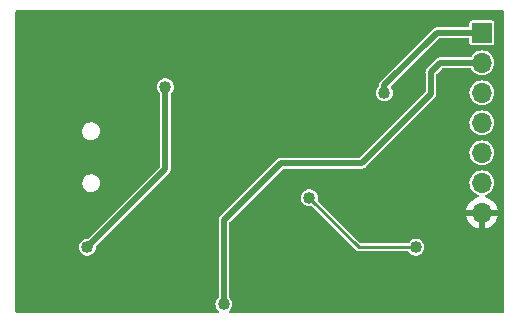
<source format=gbl>
%TF.GenerationSoftware,KiCad,Pcbnew,7.0.7-7.0.7~ubuntu22.04.1*%
%TF.CreationDate,2023-08-24T08:44:54+02:00*%
%TF.ProjectId,esp32-programmer,65737033-322d-4707-926f-6772616d6d65,1*%
%TF.SameCoordinates,Original*%
%TF.FileFunction,Copper,L2,Bot*%
%TF.FilePolarity,Positive*%
%FSLAX46Y46*%
G04 Gerber Fmt 4.6, Leading zero omitted, Abs format (unit mm)*
G04 Created by KiCad (PCBNEW 7.0.7-7.0.7~ubuntu22.04.1) date 2023-08-24 08:44:54*
%MOMM*%
%LPD*%
G01*
G04 APERTURE LIST*
%TA.AperFunction,ComponentPad*%
%ADD10R,1.700000X1.700000*%
%TD*%
%TA.AperFunction,ComponentPad*%
%ADD11O,1.700000X1.700000*%
%TD*%
%TA.AperFunction,ViaPad*%
%ADD12C,1.016000*%
%TD*%
%TA.AperFunction,Conductor*%
%ADD13C,0.508000*%
%TD*%
%TA.AperFunction,Conductor*%
%ADD14C,0.254000*%
%TD*%
G04 APERTURE END LIST*
D10*
%TO.P,J2,1,Pin_1*%
%TO.N,+5V*%
X131445000Y-58483500D03*
D11*
%TO.P,J2,2,Pin_2*%
%TO.N,+3V3*%
X131445000Y-61023500D03*
%TO.P,J2,3,Pin_3*%
%TO.N,/TXD*%
X131445000Y-63563500D03*
%TO.P,J2,4,Pin_4*%
%TO.N,/RXD*%
X131445000Y-66103500D03*
%TO.P,J2,5,Pin_5*%
%TO.N,/EN*%
X131445000Y-68643500D03*
%TO.P,J2,6,Pin_6*%
%TO.N,/IO0*%
X131445000Y-71183500D03*
%TO.P,J2,7,Pin_7*%
%TO.N,GND*%
X131445000Y-73723500D03*
%TD*%
D12*
%TO.N,GND*%
X106045000Y-61404500D03*
X127381000Y-70612000D03*
X127635000Y-66992500D03*
X119507000Y-66103500D03*
X115189000Y-74612500D03*
X94361000Y-69024500D03*
X106299000Y-67754500D03*
X112903000Y-58102500D03*
X126238000Y-57658000D03*
X128651000Y-78549500D03*
X118618000Y-62420500D03*
%TO.N,+3V3*%
X109601000Y-81470500D03*
%TO.N,+5V*%
X123190000Y-63563500D03*
%TO.N,/DTR*%
X125857000Y-76644500D03*
X116840000Y-72453500D03*
%TO.N,/PWREN*%
X98044000Y-76644500D03*
X104648000Y-63055500D03*
%TD*%
D13*
%TO.N,+3V3*%
X127889000Y-61023500D02*
X127127000Y-61785500D01*
X109601000Y-74358500D02*
X109601000Y-81470500D01*
X127127000Y-61785500D02*
X127127000Y-63690500D01*
X121285000Y-69532500D02*
X114427000Y-69532500D01*
X123698000Y-67119500D02*
X121285000Y-69532500D01*
X114427000Y-69532500D02*
X109601000Y-74358500D01*
X131445000Y-61023500D02*
X127889000Y-61023500D01*
X127127000Y-63690500D02*
X123698000Y-67119500D01*
%TO.N,+5V*%
X123190000Y-62928500D02*
X127635000Y-58483500D01*
X127635000Y-58483500D02*
X131445000Y-58483500D01*
X123190000Y-63563500D02*
X123190000Y-62928500D01*
D14*
%TO.N,/DTR*%
X116840000Y-72453500D02*
X121031000Y-76644500D01*
X121031000Y-76644500D02*
X125857000Y-76644500D01*
D13*
%TO.N,/PWREN*%
X98044000Y-76644500D02*
X104648000Y-70040500D01*
X104648000Y-70040500D02*
X104648000Y-63055500D01*
%TD*%
%TA.AperFunction,Conductor*%
%TO.N,GND*%
G36*
X133291621Y-56599002D02*
G01*
X133338114Y-56652658D01*
X133349500Y-56705000D01*
X133349500Y-82106000D01*
X133329498Y-82174121D01*
X133275842Y-82220614D01*
X133223500Y-82232000D01*
X110142109Y-82232000D01*
X110073988Y-82211998D01*
X110027495Y-82158342D01*
X110017391Y-82088068D01*
X110046885Y-82023488D01*
X110058555Y-82011688D01*
X110135215Y-81943773D01*
X110232954Y-81802175D01*
X110293965Y-81641301D01*
X110314704Y-81470500D01*
X110293965Y-81299699D01*
X110232954Y-81138825D01*
X110135215Y-80997227D01*
X110097946Y-80964209D01*
X110060221Y-80904065D01*
X110055500Y-80869897D01*
X110055500Y-74598950D01*
X110075502Y-74530829D01*
X110092405Y-74509855D01*
X112148757Y-72453503D01*
X116126296Y-72453503D01*
X116147034Y-72624299D01*
X116170204Y-72685392D01*
X116208046Y-72785175D01*
X116305785Y-72926773D01*
X116434570Y-73040867D01*
X116434571Y-73040867D01*
X116434573Y-73040869D01*
X116515465Y-73083324D01*
X116586917Y-73120825D01*
X116586918Y-73120825D01*
X116586920Y-73120826D01*
X116695155Y-73147503D01*
X116753972Y-73162000D01*
X116753975Y-73162000D01*
X116926027Y-73162000D01*
X116926028Y-73162000D01*
X116984843Y-73147503D01*
X117055769Y-73150620D01*
X117104092Y-73180746D01*
X120787367Y-76864021D01*
X120791072Y-76868064D01*
X120817239Y-76899249D01*
X120817241Y-76899251D01*
X120852488Y-76919600D01*
X120857126Y-76922555D01*
X120890457Y-76945894D01*
X120890459Y-76945894D01*
X120895797Y-76948384D01*
X120911766Y-76954997D01*
X120917258Y-76956996D01*
X120917259Y-76956996D01*
X120917261Y-76956997D01*
X120957359Y-76964066D01*
X120962686Y-76965247D01*
X121002016Y-76975787D01*
X121042558Y-76972239D01*
X121048044Y-76972000D01*
X125156035Y-76972000D01*
X125224156Y-76992002D01*
X125259731Y-77026424D01*
X125322783Y-77117771D01*
X125322784Y-77117772D01*
X125322785Y-77117773D01*
X125451570Y-77231867D01*
X125451571Y-77231867D01*
X125451573Y-77231869D01*
X125532465Y-77274324D01*
X125603917Y-77311825D01*
X125603918Y-77311825D01*
X125603920Y-77311826D01*
X125762394Y-77350885D01*
X125770972Y-77353000D01*
X125770975Y-77353000D01*
X125943025Y-77353000D01*
X125943028Y-77353000D01*
X126110083Y-77311825D01*
X126262430Y-77231867D01*
X126391215Y-77117773D01*
X126488954Y-76976175D01*
X126549965Y-76815301D01*
X126570704Y-76644500D01*
X126570208Y-76640417D01*
X126549965Y-76473700D01*
X126488954Y-76312826D01*
X126488954Y-76312825D01*
X126391215Y-76171227D01*
X126262430Y-76057133D01*
X126262429Y-76057132D01*
X126262426Y-76057130D01*
X126110087Y-75977177D01*
X126110079Y-75977173D01*
X125943031Y-75936000D01*
X125943028Y-75936000D01*
X125770972Y-75936000D01*
X125770968Y-75936000D01*
X125603920Y-75977173D01*
X125603912Y-75977177D01*
X125451573Y-76057130D01*
X125451568Y-76057134D01*
X125322783Y-76171228D01*
X125259731Y-76262576D01*
X125204572Y-76307276D01*
X125156035Y-76317000D01*
X121218844Y-76317000D01*
X121150723Y-76296998D01*
X121129749Y-76280095D01*
X118323154Y-73473500D01*
X130114363Y-73473500D01*
X130828982Y-73473500D01*
X130897103Y-73493502D01*
X130943596Y-73547158D01*
X130953700Y-73617432D01*
X130949878Y-73634998D01*
X130944999Y-73651610D01*
X130944999Y-73795389D01*
X130949878Y-73812002D01*
X130949878Y-73882998D01*
X130911494Y-73942724D01*
X130846914Y-73972218D01*
X130828982Y-73973500D01*
X130114364Y-73973500D01*
X130171568Y-74186988D01*
X130171570Y-74186993D01*
X130271399Y-74401077D01*
X130271400Y-74401079D01*
X130406886Y-74594573D01*
X130406893Y-74594582D01*
X130573917Y-74761606D01*
X130573926Y-74761613D01*
X130767420Y-74897099D01*
X130767422Y-74897100D01*
X130981506Y-74996929D01*
X130981511Y-74996931D01*
X131194999Y-75054135D01*
X131194999Y-74338109D01*
X131215001Y-74269988D01*
X131268657Y-74223495D01*
X131338929Y-74213391D01*
X131409237Y-74223500D01*
X131409241Y-74223500D01*
X131480763Y-74223500D01*
X131508866Y-74219459D01*
X131551068Y-74213392D01*
X131621342Y-74223495D01*
X131674998Y-74269988D01*
X131695000Y-74338109D01*
X131694999Y-75054134D01*
X131908489Y-74996931D01*
X131908493Y-74996929D01*
X132122577Y-74897100D01*
X132122579Y-74897099D01*
X132316073Y-74761613D01*
X132316082Y-74761606D01*
X132483106Y-74594582D01*
X132483113Y-74594573D01*
X132618599Y-74401079D01*
X132618600Y-74401077D01*
X132718429Y-74186993D01*
X132718431Y-74186988D01*
X132775636Y-73973500D01*
X132061018Y-73973500D01*
X131992897Y-73953498D01*
X131946404Y-73899842D01*
X131936300Y-73829568D01*
X131940122Y-73812002D01*
X131945000Y-73795389D01*
X131945000Y-73651611D01*
X131940121Y-73634997D01*
X131940122Y-73564002D01*
X131978506Y-73504276D01*
X132043086Y-73474782D01*
X132061018Y-73473500D01*
X132775636Y-73473500D01*
X132718431Y-73260011D01*
X132718429Y-73260006D01*
X132618599Y-73045921D01*
X132483112Y-72852425D01*
X132316076Y-72685388D01*
X132316073Y-72685386D01*
X132122579Y-72549900D01*
X132122577Y-72549899D01*
X131908493Y-72450070D01*
X131908488Y-72450068D01*
X131793115Y-72419154D01*
X131732492Y-72382202D01*
X131701471Y-72318341D01*
X131709899Y-72247847D01*
X131755102Y-72193100D01*
X131789148Y-72176873D01*
X131848954Y-72158732D01*
X132031450Y-72061185D01*
X132191410Y-71929910D01*
X132322685Y-71769950D01*
X132420232Y-71587454D01*
X132480300Y-71389434D01*
X132483061Y-71361409D01*
X132500583Y-71183503D01*
X132500583Y-71183496D01*
X132480301Y-70977572D01*
X132480300Y-70977570D01*
X132480300Y-70977566D01*
X132420232Y-70779546D01*
X132322685Y-70597050D01*
X132191410Y-70437090D01*
X132031450Y-70305815D01*
X132031448Y-70305814D01*
X132031447Y-70305813D01*
X131848954Y-70208268D01*
X131650927Y-70148198D01*
X131445003Y-70127917D01*
X131444997Y-70127917D01*
X131239072Y-70148198D01*
X131041045Y-70208268D01*
X130858552Y-70305813D01*
X130698590Y-70437090D01*
X130567313Y-70597052D01*
X130469768Y-70779545D01*
X130409698Y-70977572D01*
X130389417Y-71183496D01*
X130389417Y-71183503D01*
X130409698Y-71389427D01*
X130409699Y-71389433D01*
X130409700Y-71389434D01*
X130452454Y-71530376D01*
X130469768Y-71587454D01*
X130557075Y-71750794D01*
X130567315Y-71769950D01*
X130698590Y-71929910D01*
X130858550Y-72061185D01*
X131041046Y-72158732D01*
X131100849Y-72176872D01*
X131160229Y-72215787D01*
X131189145Y-72280628D01*
X131178415Y-72350809D01*
X131131446Y-72404048D01*
X131096885Y-72419154D01*
X130981508Y-72450069D01*
X130981506Y-72450070D01*
X130767421Y-72549900D01*
X130573925Y-72685387D01*
X130573919Y-72685392D01*
X130406892Y-72852419D01*
X130406887Y-72852425D01*
X130271400Y-73045921D01*
X130171570Y-73260006D01*
X130171568Y-73260011D01*
X130114363Y-73473500D01*
X118323154Y-73473500D01*
X117569957Y-72720303D01*
X117535931Y-72657991D01*
X117533971Y-72616021D01*
X117553704Y-72453503D01*
X117553704Y-72453496D01*
X117532965Y-72282700D01*
X117532180Y-72280628D01*
X117471954Y-72121825D01*
X117374215Y-71980227D01*
X117245430Y-71866133D01*
X117245429Y-71866132D01*
X117245426Y-71866130D01*
X117093087Y-71786177D01*
X117093079Y-71786173D01*
X116926031Y-71745000D01*
X116926028Y-71745000D01*
X116753972Y-71745000D01*
X116753968Y-71745000D01*
X116586920Y-71786173D01*
X116586912Y-71786177D01*
X116434573Y-71866130D01*
X116434568Y-71866134D01*
X116305785Y-71980227D01*
X116208045Y-72121826D01*
X116147034Y-72282700D01*
X116126296Y-72453496D01*
X116126296Y-72453503D01*
X112148757Y-72453503D01*
X114578355Y-70023905D01*
X114640667Y-69989879D01*
X114667450Y-69987000D01*
X121255927Y-69987000D01*
X121262981Y-69987395D01*
X121302186Y-69991813D01*
X121361148Y-69980656D01*
X121420479Y-69971714D01*
X121420486Y-69971710D01*
X121428705Y-69969176D01*
X121436803Y-69966342D01*
X121436803Y-69966341D01*
X121436807Y-69966341D01*
X121472787Y-69947324D01*
X121489859Y-69938302D01*
X121507431Y-69929839D01*
X121543921Y-69912267D01*
X121543925Y-69912263D01*
X121551025Y-69907422D01*
X121557931Y-69902324D01*
X121557940Y-69902320D01*
X121600369Y-69859890D01*
X121644356Y-69819077D01*
X121644357Y-69819074D01*
X121650244Y-69811693D01*
X121650917Y-69812229D01*
X121660417Y-69799841D01*
X122816756Y-68643503D01*
X130389417Y-68643503D01*
X130409698Y-68849427D01*
X130469768Y-69047454D01*
X130554036Y-69205108D01*
X130567315Y-69229950D01*
X130698590Y-69389910D01*
X130858550Y-69521185D01*
X131041046Y-69618732D01*
X131239066Y-69678800D01*
X131239070Y-69678800D01*
X131239072Y-69678801D01*
X131444997Y-69699083D01*
X131445000Y-69699083D01*
X131445003Y-69699083D01*
X131650927Y-69678801D01*
X131650928Y-69678800D01*
X131650934Y-69678800D01*
X131848954Y-69618732D01*
X132031450Y-69521185D01*
X132191410Y-69389910D01*
X132322685Y-69229950D01*
X132420232Y-69047454D01*
X132480300Y-68849434D01*
X132500583Y-68643500D01*
X132480300Y-68437566D01*
X132420232Y-68239546D01*
X132322685Y-68057050D01*
X132191410Y-67897090D01*
X132031450Y-67765815D01*
X132031448Y-67765814D01*
X132031447Y-67765813D01*
X131848954Y-67668268D01*
X131650927Y-67608198D01*
X131445003Y-67587917D01*
X131444997Y-67587917D01*
X131239072Y-67608198D01*
X131041045Y-67668268D01*
X130858552Y-67765813D01*
X130698590Y-67897090D01*
X130567313Y-68057052D01*
X130469768Y-68239545D01*
X130409698Y-68437572D01*
X130389417Y-68643496D01*
X130389417Y-68643503D01*
X122816756Y-68643503D01*
X124043465Y-67416795D01*
X124043465Y-67416794D01*
X125356756Y-66103503D01*
X130389417Y-66103503D01*
X130409698Y-66309427D01*
X130409699Y-66309433D01*
X130409700Y-66309434D01*
X130429855Y-66375877D01*
X130469768Y-66507454D01*
X130525450Y-66611628D01*
X130567315Y-66689950D01*
X130698590Y-66849910D01*
X130858550Y-66981185D01*
X131041046Y-67078732D01*
X131239066Y-67138800D01*
X131239070Y-67138800D01*
X131239072Y-67138801D01*
X131444997Y-67159083D01*
X131445000Y-67159083D01*
X131445003Y-67159083D01*
X131650927Y-67138801D01*
X131650928Y-67138800D01*
X131650934Y-67138800D01*
X131848954Y-67078732D01*
X132031450Y-66981185D01*
X132191410Y-66849910D01*
X132322685Y-66689950D01*
X132420232Y-66507454D01*
X132480300Y-66309434D01*
X132491588Y-66194833D01*
X132500583Y-66103503D01*
X132500583Y-66103496D01*
X132480301Y-65897572D01*
X132480300Y-65897570D01*
X132480300Y-65897566D01*
X132420232Y-65699546D01*
X132322685Y-65517050D01*
X132191410Y-65357090D01*
X132031450Y-65225815D01*
X132031448Y-65225814D01*
X132031447Y-65225813D01*
X131848954Y-65128268D01*
X131650927Y-65068198D01*
X131445003Y-65047917D01*
X131444997Y-65047917D01*
X131239072Y-65068198D01*
X131041045Y-65128268D01*
X130858552Y-65225813D01*
X130698590Y-65357090D01*
X130567313Y-65517052D01*
X130469768Y-65699545D01*
X130409698Y-65897572D01*
X130389417Y-66103496D01*
X130389417Y-66103503D01*
X125356756Y-66103503D01*
X127427836Y-64032422D01*
X127433079Y-64027736D01*
X127463936Y-64003131D01*
X127497746Y-63953539D01*
X127533369Y-63905273D01*
X127533371Y-63905264D01*
X127537395Y-63897652D01*
X127541116Y-63889927D01*
X127558808Y-63832571D01*
X127578620Y-63775951D01*
X127578620Y-63775946D01*
X127580220Y-63767492D01*
X127581500Y-63759006D01*
X127581500Y-63698979D01*
X127583104Y-63656102D01*
X127583743Y-63639038D01*
X127583741Y-63639032D01*
X127582686Y-63629655D01*
X127583537Y-63629559D01*
X127581500Y-63614079D01*
X127581500Y-63563503D01*
X130389417Y-63563503D01*
X130409698Y-63769427D01*
X130469768Y-63967454D01*
X130506819Y-64036772D01*
X130567315Y-64149950D01*
X130698590Y-64309910D01*
X130858550Y-64441185D01*
X131041046Y-64538732D01*
X131239066Y-64598800D01*
X131239070Y-64598800D01*
X131239072Y-64598801D01*
X131444997Y-64619083D01*
X131445000Y-64619083D01*
X131445003Y-64619083D01*
X131650927Y-64598801D01*
X131650928Y-64598800D01*
X131650934Y-64598800D01*
X131848954Y-64538732D01*
X132031450Y-64441185D01*
X132191410Y-64309910D01*
X132322685Y-64149950D01*
X132420232Y-63967454D01*
X132480300Y-63769434D01*
X132480492Y-63767492D01*
X132500583Y-63563503D01*
X132500583Y-63563496D01*
X132480301Y-63357572D01*
X132480300Y-63357570D01*
X132480300Y-63357566D01*
X132420232Y-63159546D01*
X132322685Y-62977050D01*
X132191410Y-62817090D01*
X132031450Y-62685815D01*
X132031448Y-62685814D01*
X132031447Y-62685813D01*
X131848954Y-62588268D01*
X131650927Y-62528198D01*
X131445003Y-62507917D01*
X131444997Y-62507917D01*
X131239072Y-62528198D01*
X131041045Y-62588268D01*
X130858552Y-62685813D01*
X130698590Y-62817090D01*
X130567313Y-62977052D01*
X130469768Y-63159545D01*
X130409698Y-63357572D01*
X130389417Y-63563496D01*
X130389417Y-63563503D01*
X127581500Y-63563503D01*
X127581500Y-62025950D01*
X127601502Y-61957829D01*
X127618405Y-61936854D01*
X128040356Y-61514904D01*
X128102668Y-61480879D01*
X128129451Y-61478000D01*
X130421265Y-61478000D01*
X130489386Y-61498002D01*
X130532386Y-61544603D01*
X130567315Y-61609950D01*
X130698590Y-61769910D01*
X130858550Y-61901185D01*
X131041046Y-61998732D01*
X131239066Y-62058800D01*
X131239070Y-62058800D01*
X131239072Y-62058801D01*
X131444997Y-62079083D01*
X131445000Y-62079083D01*
X131445003Y-62079083D01*
X131650927Y-62058801D01*
X131650928Y-62058800D01*
X131650934Y-62058800D01*
X131848954Y-61998732D01*
X132031450Y-61901185D01*
X132191410Y-61769910D01*
X132322685Y-61609950D01*
X132420232Y-61427454D01*
X132480300Y-61229434D01*
X132500583Y-61023500D01*
X132480300Y-60817566D01*
X132420232Y-60619546D01*
X132322685Y-60437050D01*
X132191410Y-60277090D01*
X132031450Y-60145815D01*
X132031448Y-60145814D01*
X132031447Y-60145813D01*
X131848954Y-60048268D01*
X131650927Y-59988198D01*
X131445003Y-59967917D01*
X131444997Y-59967917D01*
X131239072Y-59988198D01*
X131041045Y-60048268D01*
X130858552Y-60145813D01*
X130698590Y-60277090D01*
X130567313Y-60437052D01*
X130532387Y-60502396D01*
X130482635Y-60553044D01*
X130421265Y-60569000D01*
X127918074Y-60569000D01*
X127911017Y-60568604D01*
X127871814Y-60564187D01*
X127871813Y-60564187D01*
X127871811Y-60564187D01*
X127812851Y-60575343D01*
X127753514Y-60584287D01*
X127745338Y-60586809D01*
X127737191Y-60589659D01*
X127684137Y-60617699D01*
X127630079Y-60643732D01*
X127622974Y-60648576D01*
X127616060Y-60653678D01*
X127573629Y-60696109D01*
X127529646Y-60736920D01*
X127523757Y-60744305D01*
X127523089Y-60743772D01*
X127513582Y-60756156D01*
X126826172Y-61443565D01*
X126820902Y-61448275D01*
X126790065Y-61472867D01*
X126756260Y-61522449D01*
X126720631Y-61570726D01*
X126716595Y-61578362D01*
X126712884Y-61586069D01*
X126695196Y-61643415D01*
X126675378Y-61700051D01*
X126673782Y-61708482D01*
X126672499Y-61716994D01*
X126672499Y-61776991D01*
X126670255Y-61836965D01*
X126671313Y-61846345D01*
X126670460Y-61846441D01*
X126672500Y-61861926D01*
X126672500Y-63450048D01*
X126652498Y-63518169D01*
X126635595Y-63539143D01*
X123352534Y-66822205D01*
X121133644Y-69041095D01*
X121071332Y-69075121D01*
X121044549Y-69078000D01*
X114456074Y-69078000D01*
X114449017Y-69077604D01*
X114409814Y-69073187D01*
X114409813Y-69073187D01*
X114409811Y-69073187D01*
X114350851Y-69084343D01*
X114291514Y-69093287D01*
X114283338Y-69095809D01*
X114275191Y-69098659D01*
X114222137Y-69126699D01*
X114168079Y-69152732D01*
X114160974Y-69157576D01*
X114154060Y-69162678D01*
X114111630Y-69205108D01*
X114067646Y-69245920D01*
X114061757Y-69253305D01*
X114061088Y-69252772D01*
X114051581Y-69265157D01*
X109300177Y-74016561D01*
X109294907Y-74021271D01*
X109264065Y-74045867D01*
X109230260Y-74095449D01*
X109194631Y-74143726D01*
X109190595Y-74151362D01*
X109186884Y-74159069D01*
X109169196Y-74216415D01*
X109149378Y-74273051D01*
X109147782Y-74281482D01*
X109146500Y-74289994D01*
X109146500Y-74349992D01*
X109144255Y-74409966D01*
X109145313Y-74419346D01*
X109144460Y-74419442D01*
X109146500Y-74434926D01*
X109146500Y-80869897D01*
X109126498Y-80938018D01*
X109104054Y-80964209D01*
X109066787Y-80997224D01*
X108969045Y-81138826D01*
X108908034Y-81299700D01*
X108887296Y-81470496D01*
X108887296Y-81470503D01*
X108908034Y-81641299D01*
X108969045Y-81802173D01*
X109066785Y-81943773D01*
X109143445Y-82011688D01*
X109181170Y-82071833D01*
X109180390Y-82142825D01*
X109141352Y-82202126D01*
X109076451Y-82230907D01*
X109059891Y-82232000D01*
X92074500Y-82232000D01*
X92006379Y-82211998D01*
X91959886Y-82158342D01*
X91948500Y-82106000D01*
X91948500Y-76644503D01*
X97330296Y-76644503D01*
X97351034Y-76815299D01*
X97410554Y-76972240D01*
X97412046Y-76976175D01*
X97509785Y-77117773D01*
X97638570Y-77231867D01*
X97638571Y-77231867D01*
X97638573Y-77231869D01*
X97719465Y-77274324D01*
X97790917Y-77311825D01*
X97790918Y-77311825D01*
X97790920Y-77311826D01*
X97949394Y-77350885D01*
X97957972Y-77353000D01*
X97957975Y-77353000D01*
X98130025Y-77353000D01*
X98130028Y-77353000D01*
X98297083Y-77311825D01*
X98449430Y-77231867D01*
X98578215Y-77117773D01*
X98675954Y-76976175D01*
X98736965Y-76815301D01*
X98757704Y-76644500D01*
X98757417Y-76642140D01*
X98757704Y-76640417D01*
X98757704Y-76636878D01*
X98758292Y-76636878D01*
X98769059Y-76572108D01*
X98793400Y-76537858D01*
X104948836Y-70382422D01*
X104954079Y-70377736D01*
X104984936Y-70353131D01*
X105018746Y-70303539D01*
X105054369Y-70255273D01*
X105054371Y-70255264D01*
X105058395Y-70247652D01*
X105062116Y-70239927D01*
X105079808Y-70182571D01*
X105099620Y-70125951D01*
X105099620Y-70125946D01*
X105101220Y-70117492D01*
X105102500Y-70109006D01*
X105102500Y-70048982D01*
X105103438Y-70023905D01*
X105104743Y-69989038D01*
X105104741Y-69989032D01*
X105103686Y-69979655D01*
X105104537Y-69979559D01*
X105102500Y-69964079D01*
X105102500Y-63656102D01*
X105122502Y-63587981D01*
X105143478Y-63563503D01*
X122476296Y-63563503D01*
X122497034Y-63734299D01*
X122556056Y-63889927D01*
X122558046Y-63895175D01*
X122655785Y-64036773D01*
X122784570Y-64150867D01*
X122784571Y-64150867D01*
X122784573Y-64150869D01*
X122865465Y-64193324D01*
X122936917Y-64230825D01*
X122936918Y-64230825D01*
X122936920Y-64230826D01*
X123095394Y-64269885D01*
X123103972Y-64272000D01*
X123103975Y-64272000D01*
X123276025Y-64272000D01*
X123276028Y-64272000D01*
X123443083Y-64230825D01*
X123595430Y-64150867D01*
X123724215Y-64036773D01*
X123821954Y-63895175D01*
X123882965Y-63734301D01*
X123899346Y-63599394D01*
X123903704Y-63563503D01*
X123903704Y-63563496D01*
X123882965Y-63392700D01*
X123821954Y-63231826D01*
X123821954Y-63231825D01*
X123762146Y-63145179D01*
X123739911Y-63077757D01*
X123757658Y-63009014D01*
X123776744Y-62984514D01*
X127786354Y-58974905D01*
X127848667Y-58940879D01*
X127875450Y-58938000D01*
X130268500Y-58938000D01*
X130336621Y-58958002D01*
X130383114Y-59011658D01*
X130394500Y-59064000D01*
X130394500Y-59353248D01*
X130406133Y-59411731D01*
X130450448Y-59478052D01*
X130516769Y-59522367D01*
X130575252Y-59534000D01*
X130575253Y-59534000D01*
X132314747Y-59534000D01*
X132314748Y-59534000D01*
X132373231Y-59522367D01*
X132439552Y-59478052D01*
X132483867Y-59411731D01*
X132495500Y-59353248D01*
X132495500Y-57613752D01*
X132483867Y-57555269D01*
X132439552Y-57488948D01*
X132373231Y-57444633D01*
X132373228Y-57444632D01*
X132314750Y-57433000D01*
X132314748Y-57433000D01*
X130575252Y-57433000D01*
X130575249Y-57433000D01*
X130516771Y-57444632D01*
X130516768Y-57444633D01*
X130450448Y-57488948D01*
X130406133Y-57555268D01*
X130406132Y-57555271D01*
X130394500Y-57613749D01*
X130394500Y-57903000D01*
X130374498Y-57971121D01*
X130320842Y-58017614D01*
X130268500Y-58029000D01*
X127664072Y-58029000D01*
X127657015Y-58028604D01*
X127617814Y-58024187D01*
X127617813Y-58024187D01*
X127617812Y-58024187D01*
X127617810Y-58024187D01*
X127570641Y-58033111D01*
X127558849Y-58035343D01*
X127539072Y-58038324D01*
X127499519Y-58044286D01*
X127491271Y-58046830D01*
X127483197Y-58049656D01*
X127430135Y-58077700D01*
X127376082Y-58103731D01*
X127368967Y-58108582D01*
X127362059Y-58113679D01*
X127319630Y-58156108D01*
X127275646Y-58196920D01*
X127269757Y-58204305D01*
X127269088Y-58203772D01*
X127259581Y-58216157D01*
X122889177Y-62586561D01*
X122883907Y-62591271D01*
X122853065Y-62615867D01*
X122819260Y-62665449D01*
X122783631Y-62713726D01*
X122779595Y-62721362D01*
X122775884Y-62729069D01*
X122758196Y-62786415D01*
X122738378Y-62843051D01*
X122736782Y-62851482D01*
X122735500Y-62859994D01*
X122735500Y-62919992D01*
X122733660Y-62969160D01*
X122711124Y-63036485D01*
X122691303Y-63058759D01*
X122655787Y-63090224D01*
X122558045Y-63231826D01*
X122497034Y-63392700D01*
X122476296Y-63563496D01*
X122476296Y-63563503D01*
X105143478Y-63563503D01*
X105144947Y-63561789D01*
X105182215Y-63528773D01*
X105279954Y-63387175D01*
X105340965Y-63226301D01*
X105350815Y-63145182D01*
X105361704Y-63055503D01*
X105361704Y-63055496D01*
X105340965Y-62884700D01*
X105331596Y-62859994D01*
X105279954Y-62723825D01*
X105182215Y-62582227D01*
X105053430Y-62468133D01*
X105053429Y-62468132D01*
X105053426Y-62468130D01*
X104901087Y-62388177D01*
X104901079Y-62388173D01*
X104734031Y-62347000D01*
X104734028Y-62347000D01*
X104561972Y-62347000D01*
X104561968Y-62347000D01*
X104394920Y-62388173D01*
X104394912Y-62388177D01*
X104242573Y-62468130D01*
X104242568Y-62468134D01*
X104113785Y-62582227D01*
X104016045Y-62723826D01*
X103955034Y-62884700D01*
X103934296Y-63055496D01*
X103934296Y-63055503D01*
X103955034Y-63226299D01*
X103955035Y-63226301D01*
X104016046Y-63387175D01*
X104113785Y-63528773D01*
X104113786Y-63528774D01*
X104113787Y-63528775D01*
X104151053Y-63561790D01*
X104188778Y-63621934D01*
X104193499Y-63656102D01*
X104193499Y-69800048D01*
X104173497Y-69868169D01*
X104156594Y-69889143D01*
X98146644Y-75899095D01*
X98084332Y-75933121D01*
X98057549Y-75936000D01*
X97957968Y-75936000D01*
X97790920Y-75977173D01*
X97790912Y-75977177D01*
X97638573Y-76057130D01*
X97638568Y-76057134D01*
X97509785Y-76171227D01*
X97412045Y-76312826D01*
X97351034Y-76473700D01*
X97330296Y-76644496D01*
X97330296Y-76644503D01*
X91948500Y-76644503D01*
X91948500Y-71273668D01*
X97606649Y-71273668D01*
X97637278Y-71447370D01*
X97637278Y-71447371D01*
X97707134Y-71609315D01*
X97707136Y-71609319D01*
X97812460Y-71750793D01*
X97947571Y-71864166D01*
X97947573Y-71864167D01*
X98105189Y-71943324D01*
X98276812Y-71984000D01*
X98276814Y-71984000D01*
X98408944Y-71984000D01*
X98507373Y-71972494D01*
X98540184Y-71968660D01*
X98705924Y-71908336D01*
X98853285Y-71811415D01*
X98974322Y-71683123D01*
X99062510Y-71530376D01*
X99113095Y-71361409D01*
X99123351Y-71185331D01*
X99092723Y-71011634D01*
X99092721Y-71011629D01*
X99092721Y-71011628D01*
X99022865Y-70849684D01*
X99022863Y-70849680D01*
X98917539Y-70708206D01*
X98782428Y-70594833D01*
X98624811Y-70515676D01*
X98624811Y-70515675D01*
X98453188Y-70475000D01*
X98321059Y-70475000D01*
X98321056Y-70475000D01*
X98189816Y-70490339D01*
X98189814Y-70490340D01*
X98024080Y-70550662D01*
X98024073Y-70550665D01*
X97876714Y-70647585D01*
X97755679Y-70775875D01*
X97755676Y-70775879D01*
X97667492Y-70928618D01*
X97667490Y-70928624D01*
X97642641Y-71011628D01*
X97616905Y-71097592D01*
X97606649Y-71273664D01*
X97606649Y-71273668D01*
X91948500Y-71273668D01*
X91948500Y-66873669D01*
X97606649Y-66873669D01*
X97625607Y-66981186D01*
X97637278Y-67047370D01*
X97637278Y-67047371D01*
X97707134Y-67209315D01*
X97707136Y-67209319D01*
X97812460Y-67350793D01*
X97947571Y-67464166D01*
X97947573Y-67464167D01*
X98105189Y-67543324D01*
X98276812Y-67584000D01*
X98276814Y-67584000D01*
X98408944Y-67584000D01*
X98507373Y-67572494D01*
X98540184Y-67568660D01*
X98705924Y-67508336D01*
X98853285Y-67411415D01*
X98974322Y-67283123D01*
X99062510Y-67130376D01*
X99113095Y-66961409D01*
X99123351Y-66785331D01*
X99092723Y-66611634D01*
X99092721Y-66611629D01*
X99092721Y-66611628D01*
X99022865Y-66449684D01*
X99022863Y-66449680D01*
X98917539Y-66308206D01*
X98782428Y-66194833D01*
X98624811Y-66115676D01*
X98624811Y-66115675D01*
X98453188Y-66075000D01*
X98321059Y-66075000D01*
X98321056Y-66075000D01*
X98189816Y-66090339D01*
X98189814Y-66090340D01*
X98024080Y-66150662D01*
X98024073Y-66150665D01*
X97876714Y-66247585D01*
X97755679Y-66375875D01*
X97755676Y-66375879D01*
X97667492Y-66528618D01*
X97667490Y-66528624D01*
X97619194Y-66689947D01*
X97616905Y-66697592D01*
X97609647Y-66822205D01*
X97606649Y-66873669D01*
X91948500Y-66873669D01*
X91948500Y-56705000D01*
X91968502Y-56636879D01*
X92022158Y-56590386D01*
X92074500Y-56579000D01*
X133223500Y-56579000D01*
X133291621Y-56599002D01*
G37*
%TD.AperFunction*%
%TD*%
M02*

</source>
